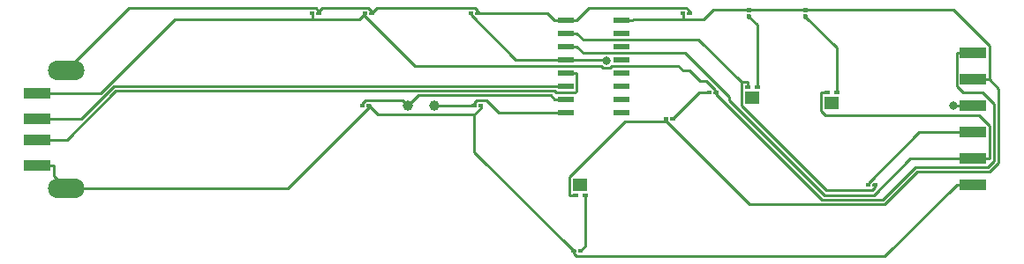
<source format=gbr>
G04 #@! TF.GenerationSoftware,KiCad,Pcbnew,5.0.2+dfsg1-1*
G04 #@! TF.CreationDate,2021-08-05T15:22:36-03:00*
G04 #@! TF.ProjectId,universerial,756e6976-6572-4736-9572-69616c2e6b69,rev?*
G04 #@! TF.SameCoordinates,Original*
G04 #@! TF.FileFunction,Copper,L1,Top*
G04 #@! TF.FilePolarity,Positive*
%FSLAX46Y46*%
G04 Gerber Fmt 4.6, Leading zero omitted, Abs format (unit mm)*
G04 Created by KiCad (PCBNEW 5.0.2+dfsg1-1) date Thu Aug  5 15:22:36 2021*
%MOMM*%
%LPD*%
G01*
G04 APERTURE LIST*
G04 #@! TA.AperFunction,SMDPad,CuDef*
%ADD10R,2.500000X1.100000*%
G04 #@! TD*
G04 #@! TA.AperFunction,ComponentPad*
%ADD11O,3.500000X1.900000*%
G04 #@! TD*
G04 #@! TA.AperFunction,Conductor*
%ADD12C,0.100000*%
G04 #@! TD*
G04 #@! TA.AperFunction,SMDPad,CuDef*
%ADD13C,0.400000*%
G04 #@! TD*
G04 #@! TA.AperFunction,SMDPad,CuDef*
%ADD14R,1.400000X1.200000*%
G04 #@! TD*
G04 #@! TA.AperFunction,SMDPad,CuDef*
%ADD15R,0.550000X0.380000*%
G04 #@! TD*
G04 #@! TA.AperFunction,SMDPad,CuDef*
%ADD16R,2.500000X1.000000*%
G04 #@! TD*
G04 #@! TA.AperFunction,SMDPad,CuDef*
%ADD17R,1.500000X0.600000*%
G04 #@! TD*
G04 #@! TA.AperFunction,ComponentPad*
%ADD18C,1.000000*%
G04 #@! TD*
G04 #@! TA.AperFunction,ViaPad*
%ADD19C,0.800000*%
G04 #@! TD*
G04 #@! TA.AperFunction,Conductor*
%ADD20C,0.250000*%
G04 #@! TD*
G04 APERTURE END LIST*
D10*
G04 #@! TO.P,J1,2*
G04 #@! TO.N,Net-(J1-Pad2)*
X106680000Y-96520000D03*
G04 #@! TO.P,J1,3*
G04 #@! TO.N,Net-(J1-Pad3)*
X106680000Y-98520000D03*
G04 #@! TO.P,J1,1*
G04 #@! TO.N,+5V*
X106680000Y-94020000D03*
G04 #@! TO.P,J1,4*
G04 #@! TO.N,GND*
X106680000Y-101020000D03*
D11*
G04 #@! TO.P,J1,5*
X109430000Y-91820000D03*
X109430000Y-103220000D03*
G04 #@! TD*
D12*
G04 #@! TO.N,GND*
G04 #@! TO.C,C1*
G36*
X133809802Y-86160482D02*
X133819509Y-86161921D01*
X133829028Y-86164306D01*
X133838268Y-86167612D01*
X133847140Y-86171808D01*
X133855557Y-86176853D01*
X133863439Y-86182699D01*
X133870711Y-86189289D01*
X133877301Y-86196561D01*
X133883147Y-86204443D01*
X133888192Y-86212860D01*
X133892388Y-86221732D01*
X133895694Y-86230972D01*
X133898079Y-86240491D01*
X133899518Y-86250198D01*
X133900000Y-86260000D01*
X133900000Y-86460000D01*
X133899518Y-86469802D01*
X133898079Y-86479509D01*
X133895694Y-86489028D01*
X133892388Y-86498268D01*
X133888192Y-86507140D01*
X133883147Y-86515557D01*
X133877301Y-86523439D01*
X133870711Y-86530711D01*
X133863439Y-86537301D01*
X133855557Y-86543147D01*
X133847140Y-86548192D01*
X133838268Y-86552388D01*
X133829028Y-86555694D01*
X133819509Y-86558079D01*
X133809802Y-86559518D01*
X133800000Y-86560000D01*
X133540000Y-86560000D01*
X133530198Y-86559518D01*
X133520491Y-86558079D01*
X133510972Y-86555694D01*
X133501732Y-86552388D01*
X133492860Y-86548192D01*
X133484443Y-86543147D01*
X133476561Y-86537301D01*
X133469289Y-86530711D01*
X133462699Y-86523439D01*
X133456853Y-86515557D01*
X133451808Y-86507140D01*
X133447612Y-86498268D01*
X133444306Y-86489028D01*
X133441921Y-86479509D01*
X133440482Y-86469802D01*
X133440000Y-86460000D01*
X133440000Y-86260000D01*
X133440482Y-86250198D01*
X133441921Y-86240491D01*
X133444306Y-86230972D01*
X133447612Y-86221732D01*
X133451808Y-86212860D01*
X133456853Y-86204443D01*
X133462699Y-86196561D01*
X133469289Y-86189289D01*
X133476561Y-86182699D01*
X133484443Y-86176853D01*
X133492860Y-86171808D01*
X133501732Y-86167612D01*
X133510972Y-86164306D01*
X133520491Y-86161921D01*
X133530198Y-86160482D01*
X133540000Y-86160000D01*
X133800000Y-86160000D01*
X133809802Y-86160482D01*
X133809802Y-86160482D01*
G37*
D13*
G04 #@! TD*
G04 #@! TO.P,C1,2*
G04 #@! TO.N,GND*
X133670000Y-86360000D03*
D12*
G04 #@! TO.N,+5V*
G04 #@! TO.C,C1*
G36*
X133169802Y-86160482D02*
X133179509Y-86161921D01*
X133189028Y-86164306D01*
X133198268Y-86167612D01*
X133207140Y-86171808D01*
X133215557Y-86176853D01*
X133223439Y-86182699D01*
X133230711Y-86189289D01*
X133237301Y-86196561D01*
X133243147Y-86204443D01*
X133248192Y-86212860D01*
X133252388Y-86221732D01*
X133255694Y-86230972D01*
X133258079Y-86240491D01*
X133259518Y-86250198D01*
X133260000Y-86260000D01*
X133260000Y-86460000D01*
X133259518Y-86469802D01*
X133258079Y-86479509D01*
X133255694Y-86489028D01*
X133252388Y-86498268D01*
X133248192Y-86507140D01*
X133243147Y-86515557D01*
X133237301Y-86523439D01*
X133230711Y-86530711D01*
X133223439Y-86537301D01*
X133215557Y-86543147D01*
X133207140Y-86548192D01*
X133198268Y-86552388D01*
X133189028Y-86555694D01*
X133179509Y-86558079D01*
X133169802Y-86559518D01*
X133160000Y-86560000D01*
X132900000Y-86560000D01*
X132890198Y-86559518D01*
X132880491Y-86558079D01*
X132870972Y-86555694D01*
X132861732Y-86552388D01*
X132852860Y-86548192D01*
X132844443Y-86543147D01*
X132836561Y-86537301D01*
X132829289Y-86530711D01*
X132822699Y-86523439D01*
X132816853Y-86515557D01*
X132811808Y-86507140D01*
X132807612Y-86498268D01*
X132804306Y-86489028D01*
X132801921Y-86479509D01*
X132800482Y-86469802D01*
X132800000Y-86460000D01*
X132800000Y-86260000D01*
X132800482Y-86250198D01*
X132801921Y-86240491D01*
X132804306Y-86230972D01*
X132807612Y-86221732D01*
X132811808Y-86212860D01*
X132816853Y-86204443D01*
X132822699Y-86196561D01*
X132829289Y-86189289D01*
X132836561Y-86182699D01*
X132844443Y-86176853D01*
X132852860Y-86171808D01*
X132861732Y-86167612D01*
X132870972Y-86164306D01*
X132880491Y-86161921D01*
X132890198Y-86160482D01*
X132900000Y-86160000D01*
X133160000Y-86160000D01*
X133169802Y-86160482D01*
X133169802Y-86160482D01*
G37*
D13*
G04 #@! TD*
G04 #@! TO.P,C1,1*
G04 #@! TO.N,+5V*
X133030000Y-86360000D03*
D12*
G04 #@! TO.N,+5V*
G04 #@! TO.C,C2*
G36*
X138249802Y-86160482D02*
X138259509Y-86161921D01*
X138269028Y-86164306D01*
X138278268Y-86167612D01*
X138287140Y-86171808D01*
X138295557Y-86176853D01*
X138303439Y-86182699D01*
X138310711Y-86189289D01*
X138317301Y-86196561D01*
X138323147Y-86204443D01*
X138328192Y-86212860D01*
X138332388Y-86221732D01*
X138335694Y-86230972D01*
X138338079Y-86240491D01*
X138339518Y-86250198D01*
X138340000Y-86260000D01*
X138340000Y-86460000D01*
X138339518Y-86469802D01*
X138338079Y-86479509D01*
X138335694Y-86489028D01*
X138332388Y-86498268D01*
X138328192Y-86507140D01*
X138323147Y-86515557D01*
X138317301Y-86523439D01*
X138310711Y-86530711D01*
X138303439Y-86537301D01*
X138295557Y-86543147D01*
X138287140Y-86548192D01*
X138278268Y-86552388D01*
X138269028Y-86555694D01*
X138259509Y-86558079D01*
X138249802Y-86559518D01*
X138240000Y-86560000D01*
X137980000Y-86560000D01*
X137970198Y-86559518D01*
X137960491Y-86558079D01*
X137950972Y-86555694D01*
X137941732Y-86552388D01*
X137932860Y-86548192D01*
X137924443Y-86543147D01*
X137916561Y-86537301D01*
X137909289Y-86530711D01*
X137902699Y-86523439D01*
X137896853Y-86515557D01*
X137891808Y-86507140D01*
X137887612Y-86498268D01*
X137884306Y-86489028D01*
X137881921Y-86479509D01*
X137880482Y-86469802D01*
X137880000Y-86460000D01*
X137880000Y-86260000D01*
X137880482Y-86250198D01*
X137881921Y-86240491D01*
X137884306Y-86230972D01*
X137887612Y-86221732D01*
X137891808Y-86212860D01*
X137896853Y-86204443D01*
X137902699Y-86196561D01*
X137909289Y-86189289D01*
X137916561Y-86182699D01*
X137924443Y-86176853D01*
X137932860Y-86171808D01*
X137941732Y-86167612D01*
X137950972Y-86164306D01*
X137960491Y-86161921D01*
X137970198Y-86160482D01*
X137980000Y-86160000D01*
X138240000Y-86160000D01*
X138249802Y-86160482D01*
X138249802Y-86160482D01*
G37*
D13*
G04 #@! TD*
G04 #@! TO.P,C2,1*
G04 #@! TO.N,+5V*
X138110000Y-86360000D03*
D12*
G04 #@! TO.N,GND*
G04 #@! TO.C,C2*
G36*
X138889802Y-86160482D02*
X138899509Y-86161921D01*
X138909028Y-86164306D01*
X138918268Y-86167612D01*
X138927140Y-86171808D01*
X138935557Y-86176853D01*
X138943439Y-86182699D01*
X138950711Y-86189289D01*
X138957301Y-86196561D01*
X138963147Y-86204443D01*
X138968192Y-86212860D01*
X138972388Y-86221732D01*
X138975694Y-86230972D01*
X138978079Y-86240491D01*
X138979518Y-86250198D01*
X138980000Y-86260000D01*
X138980000Y-86460000D01*
X138979518Y-86469802D01*
X138978079Y-86479509D01*
X138975694Y-86489028D01*
X138972388Y-86498268D01*
X138968192Y-86507140D01*
X138963147Y-86515557D01*
X138957301Y-86523439D01*
X138950711Y-86530711D01*
X138943439Y-86537301D01*
X138935557Y-86543147D01*
X138927140Y-86548192D01*
X138918268Y-86552388D01*
X138909028Y-86555694D01*
X138899509Y-86558079D01*
X138889802Y-86559518D01*
X138880000Y-86560000D01*
X138620000Y-86560000D01*
X138610198Y-86559518D01*
X138600491Y-86558079D01*
X138590972Y-86555694D01*
X138581732Y-86552388D01*
X138572860Y-86548192D01*
X138564443Y-86543147D01*
X138556561Y-86537301D01*
X138549289Y-86530711D01*
X138542699Y-86523439D01*
X138536853Y-86515557D01*
X138531808Y-86507140D01*
X138527612Y-86498268D01*
X138524306Y-86489028D01*
X138521921Y-86479509D01*
X138520482Y-86469802D01*
X138520000Y-86460000D01*
X138520000Y-86260000D01*
X138520482Y-86250198D01*
X138521921Y-86240491D01*
X138524306Y-86230972D01*
X138527612Y-86221732D01*
X138531808Y-86212860D01*
X138536853Y-86204443D01*
X138542699Y-86196561D01*
X138549289Y-86189289D01*
X138556561Y-86182699D01*
X138564443Y-86176853D01*
X138572860Y-86171808D01*
X138581732Y-86167612D01*
X138590972Y-86164306D01*
X138600491Y-86161921D01*
X138610198Y-86160482D01*
X138620000Y-86160000D01*
X138880000Y-86160000D01*
X138889802Y-86160482D01*
X138889802Y-86160482D01*
G37*
D13*
G04 #@! TD*
G04 #@! TO.P,C2,2*
G04 #@! TO.N,GND*
X138750000Y-86360000D03*
D12*
G04 #@! TO.N,GND*
G04 #@! TO.C,C3*
G36*
X138604802Y-95050482D02*
X138614509Y-95051921D01*
X138624028Y-95054306D01*
X138633268Y-95057612D01*
X138642140Y-95061808D01*
X138650557Y-95066853D01*
X138658439Y-95072699D01*
X138665711Y-95079289D01*
X138672301Y-95086561D01*
X138678147Y-95094443D01*
X138683192Y-95102860D01*
X138687388Y-95111732D01*
X138690694Y-95120972D01*
X138693079Y-95130491D01*
X138694518Y-95140198D01*
X138695000Y-95150000D01*
X138695000Y-95350000D01*
X138694518Y-95359802D01*
X138693079Y-95369509D01*
X138690694Y-95379028D01*
X138687388Y-95388268D01*
X138683192Y-95397140D01*
X138678147Y-95405557D01*
X138672301Y-95413439D01*
X138665711Y-95420711D01*
X138658439Y-95427301D01*
X138650557Y-95433147D01*
X138642140Y-95438192D01*
X138633268Y-95442388D01*
X138624028Y-95445694D01*
X138614509Y-95448079D01*
X138604802Y-95449518D01*
X138595000Y-95450000D01*
X138335000Y-95450000D01*
X138325198Y-95449518D01*
X138315491Y-95448079D01*
X138305972Y-95445694D01*
X138296732Y-95442388D01*
X138287860Y-95438192D01*
X138279443Y-95433147D01*
X138271561Y-95427301D01*
X138264289Y-95420711D01*
X138257699Y-95413439D01*
X138251853Y-95405557D01*
X138246808Y-95397140D01*
X138242612Y-95388268D01*
X138239306Y-95379028D01*
X138236921Y-95369509D01*
X138235482Y-95359802D01*
X138235000Y-95350000D01*
X138235000Y-95150000D01*
X138235482Y-95140198D01*
X138236921Y-95130491D01*
X138239306Y-95120972D01*
X138242612Y-95111732D01*
X138246808Y-95102860D01*
X138251853Y-95094443D01*
X138257699Y-95086561D01*
X138264289Y-95079289D01*
X138271561Y-95072699D01*
X138279443Y-95066853D01*
X138287860Y-95061808D01*
X138296732Y-95057612D01*
X138305972Y-95054306D01*
X138315491Y-95051921D01*
X138325198Y-95050482D01*
X138335000Y-95050000D01*
X138595000Y-95050000D01*
X138604802Y-95050482D01*
X138604802Y-95050482D01*
G37*
D13*
G04 #@! TD*
G04 #@! TO.P,C3,2*
G04 #@! TO.N,GND*
X138465000Y-95250000D03*
D12*
G04 #@! TO.N,Net-(C3-Pad1)*
G04 #@! TO.C,C3*
G36*
X137964802Y-95050482D02*
X137974509Y-95051921D01*
X137984028Y-95054306D01*
X137993268Y-95057612D01*
X138002140Y-95061808D01*
X138010557Y-95066853D01*
X138018439Y-95072699D01*
X138025711Y-95079289D01*
X138032301Y-95086561D01*
X138038147Y-95094443D01*
X138043192Y-95102860D01*
X138047388Y-95111732D01*
X138050694Y-95120972D01*
X138053079Y-95130491D01*
X138054518Y-95140198D01*
X138055000Y-95150000D01*
X138055000Y-95350000D01*
X138054518Y-95359802D01*
X138053079Y-95369509D01*
X138050694Y-95379028D01*
X138047388Y-95388268D01*
X138043192Y-95397140D01*
X138038147Y-95405557D01*
X138032301Y-95413439D01*
X138025711Y-95420711D01*
X138018439Y-95427301D01*
X138010557Y-95433147D01*
X138002140Y-95438192D01*
X137993268Y-95442388D01*
X137984028Y-95445694D01*
X137974509Y-95448079D01*
X137964802Y-95449518D01*
X137955000Y-95450000D01*
X137695000Y-95450000D01*
X137685198Y-95449518D01*
X137675491Y-95448079D01*
X137665972Y-95445694D01*
X137656732Y-95442388D01*
X137647860Y-95438192D01*
X137639443Y-95433147D01*
X137631561Y-95427301D01*
X137624289Y-95420711D01*
X137617699Y-95413439D01*
X137611853Y-95405557D01*
X137606808Y-95397140D01*
X137602612Y-95388268D01*
X137599306Y-95379028D01*
X137596921Y-95369509D01*
X137595482Y-95359802D01*
X137595000Y-95350000D01*
X137595000Y-95150000D01*
X137595482Y-95140198D01*
X137596921Y-95130491D01*
X137599306Y-95120972D01*
X137602612Y-95111732D01*
X137606808Y-95102860D01*
X137611853Y-95094443D01*
X137617699Y-95086561D01*
X137624289Y-95079289D01*
X137631561Y-95072699D01*
X137639443Y-95066853D01*
X137647860Y-95061808D01*
X137656732Y-95057612D01*
X137665972Y-95054306D01*
X137675491Y-95051921D01*
X137685198Y-95050482D01*
X137695000Y-95050000D01*
X137955000Y-95050000D01*
X137964802Y-95050482D01*
X137964802Y-95050482D01*
G37*
D13*
G04 #@! TD*
G04 #@! TO.P,C3,1*
G04 #@! TO.N,Net-(C3-Pad1)*
X137825000Y-95250000D03*
D12*
G04 #@! TO.N,Net-(C4-Pad1)*
G04 #@! TO.C,C4*
G36*
X148694802Y-95050482D02*
X148704509Y-95051921D01*
X148714028Y-95054306D01*
X148723268Y-95057612D01*
X148732140Y-95061808D01*
X148740557Y-95066853D01*
X148748439Y-95072699D01*
X148755711Y-95079289D01*
X148762301Y-95086561D01*
X148768147Y-95094443D01*
X148773192Y-95102860D01*
X148777388Y-95111732D01*
X148780694Y-95120972D01*
X148783079Y-95130491D01*
X148784518Y-95140198D01*
X148785000Y-95150000D01*
X148785000Y-95350000D01*
X148784518Y-95359802D01*
X148783079Y-95369509D01*
X148780694Y-95379028D01*
X148777388Y-95388268D01*
X148773192Y-95397140D01*
X148768147Y-95405557D01*
X148762301Y-95413439D01*
X148755711Y-95420711D01*
X148748439Y-95427301D01*
X148740557Y-95433147D01*
X148732140Y-95438192D01*
X148723268Y-95442388D01*
X148714028Y-95445694D01*
X148704509Y-95448079D01*
X148694802Y-95449518D01*
X148685000Y-95450000D01*
X148425000Y-95450000D01*
X148415198Y-95449518D01*
X148405491Y-95448079D01*
X148395972Y-95445694D01*
X148386732Y-95442388D01*
X148377860Y-95438192D01*
X148369443Y-95433147D01*
X148361561Y-95427301D01*
X148354289Y-95420711D01*
X148347699Y-95413439D01*
X148341853Y-95405557D01*
X148336808Y-95397140D01*
X148332612Y-95388268D01*
X148329306Y-95379028D01*
X148326921Y-95369509D01*
X148325482Y-95359802D01*
X148325000Y-95350000D01*
X148325000Y-95150000D01*
X148325482Y-95140198D01*
X148326921Y-95130491D01*
X148329306Y-95120972D01*
X148332612Y-95111732D01*
X148336808Y-95102860D01*
X148341853Y-95094443D01*
X148347699Y-95086561D01*
X148354289Y-95079289D01*
X148361561Y-95072699D01*
X148369443Y-95066853D01*
X148377860Y-95061808D01*
X148386732Y-95057612D01*
X148395972Y-95054306D01*
X148405491Y-95051921D01*
X148415198Y-95050482D01*
X148425000Y-95050000D01*
X148685000Y-95050000D01*
X148694802Y-95050482D01*
X148694802Y-95050482D01*
G37*
D13*
G04 #@! TD*
G04 #@! TO.P,C4,1*
G04 #@! TO.N,Net-(C4-Pad1)*
X148555000Y-95250000D03*
D12*
G04 #@! TO.N,GND*
G04 #@! TO.C,C4*
G36*
X149334802Y-95050482D02*
X149344509Y-95051921D01*
X149354028Y-95054306D01*
X149363268Y-95057612D01*
X149372140Y-95061808D01*
X149380557Y-95066853D01*
X149388439Y-95072699D01*
X149395711Y-95079289D01*
X149402301Y-95086561D01*
X149408147Y-95094443D01*
X149413192Y-95102860D01*
X149417388Y-95111732D01*
X149420694Y-95120972D01*
X149423079Y-95130491D01*
X149424518Y-95140198D01*
X149425000Y-95150000D01*
X149425000Y-95350000D01*
X149424518Y-95359802D01*
X149423079Y-95369509D01*
X149420694Y-95379028D01*
X149417388Y-95388268D01*
X149413192Y-95397140D01*
X149408147Y-95405557D01*
X149402301Y-95413439D01*
X149395711Y-95420711D01*
X149388439Y-95427301D01*
X149380557Y-95433147D01*
X149372140Y-95438192D01*
X149363268Y-95442388D01*
X149354028Y-95445694D01*
X149344509Y-95448079D01*
X149334802Y-95449518D01*
X149325000Y-95450000D01*
X149065000Y-95450000D01*
X149055198Y-95449518D01*
X149045491Y-95448079D01*
X149035972Y-95445694D01*
X149026732Y-95442388D01*
X149017860Y-95438192D01*
X149009443Y-95433147D01*
X149001561Y-95427301D01*
X148994289Y-95420711D01*
X148987699Y-95413439D01*
X148981853Y-95405557D01*
X148976808Y-95397140D01*
X148972612Y-95388268D01*
X148969306Y-95379028D01*
X148966921Y-95369509D01*
X148965482Y-95359802D01*
X148965000Y-95350000D01*
X148965000Y-95150000D01*
X148965482Y-95140198D01*
X148966921Y-95130491D01*
X148969306Y-95120972D01*
X148972612Y-95111732D01*
X148976808Y-95102860D01*
X148981853Y-95094443D01*
X148987699Y-95086561D01*
X148994289Y-95079289D01*
X149001561Y-95072699D01*
X149009443Y-95066853D01*
X149017860Y-95061808D01*
X149026732Y-95057612D01*
X149035972Y-95054306D01*
X149045491Y-95051921D01*
X149055198Y-95050482D01*
X149065000Y-95050000D01*
X149325000Y-95050000D01*
X149334802Y-95050482D01*
X149334802Y-95050482D01*
G37*
D13*
G04 #@! TD*
G04 #@! TO.P,C4,2*
G04 #@! TO.N,GND*
X149195000Y-95250000D03*
D12*
G04 #@! TO.N,GND*
G04 #@! TO.C,C5*
G36*
X149049802Y-86160482D02*
X149059509Y-86161921D01*
X149069028Y-86164306D01*
X149078268Y-86167612D01*
X149087140Y-86171808D01*
X149095557Y-86176853D01*
X149103439Y-86182699D01*
X149110711Y-86189289D01*
X149117301Y-86196561D01*
X149123147Y-86204443D01*
X149128192Y-86212860D01*
X149132388Y-86221732D01*
X149135694Y-86230972D01*
X149138079Y-86240491D01*
X149139518Y-86250198D01*
X149140000Y-86260000D01*
X149140000Y-86460000D01*
X149139518Y-86469802D01*
X149138079Y-86479509D01*
X149135694Y-86489028D01*
X149132388Y-86498268D01*
X149128192Y-86507140D01*
X149123147Y-86515557D01*
X149117301Y-86523439D01*
X149110711Y-86530711D01*
X149103439Y-86537301D01*
X149095557Y-86543147D01*
X149087140Y-86548192D01*
X149078268Y-86552388D01*
X149069028Y-86555694D01*
X149059509Y-86558079D01*
X149049802Y-86559518D01*
X149040000Y-86560000D01*
X148780000Y-86560000D01*
X148770198Y-86559518D01*
X148760491Y-86558079D01*
X148750972Y-86555694D01*
X148741732Y-86552388D01*
X148732860Y-86548192D01*
X148724443Y-86543147D01*
X148716561Y-86537301D01*
X148709289Y-86530711D01*
X148702699Y-86523439D01*
X148696853Y-86515557D01*
X148691808Y-86507140D01*
X148687612Y-86498268D01*
X148684306Y-86489028D01*
X148681921Y-86479509D01*
X148680482Y-86469802D01*
X148680000Y-86460000D01*
X148680000Y-86260000D01*
X148680482Y-86250198D01*
X148681921Y-86240491D01*
X148684306Y-86230972D01*
X148687612Y-86221732D01*
X148691808Y-86212860D01*
X148696853Y-86204443D01*
X148702699Y-86196561D01*
X148709289Y-86189289D01*
X148716561Y-86182699D01*
X148724443Y-86176853D01*
X148732860Y-86171808D01*
X148741732Y-86167612D01*
X148750972Y-86164306D01*
X148760491Y-86161921D01*
X148770198Y-86160482D01*
X148780000Y-86160000D01*
X149040000Y-86160000D01*
X149049802Y-86160482D01*
X149049802Y-86160482D01*
G37*
D13*
G04 #@! TD*
G04 #@! TO.P,C5,2*
G04 #@! TO.N,GND*
X148910000Y-86360000D03*
D12*
G04 #@! TO.N,+3V3*
G04 #@! TO.C,C5*
G36*
X148409802Y-86160482D02*
X148419509Y-86161921D01*
X148429028Y-86164306D01*
X148438268Y-86167612D01*
X148447140Y-86171808D01*
X148455557Y-86176853D01*
X148463439Y-86182699D01*
X148470711Y-86189289D01*
X148477301Y-86196561D01*
X148483147Y-86204443D01*
X148488192Y-86212860D01*
X148492388Y-86221732D01*
X148495694Y-86230972D01*
X148498079Y-86240491D01*
X148499518Y-86250198D01*
X148500000Y-86260000D01*
X148500000Y-86460000D01*
X148499518Y-86469802D01*
X148498079Y-86479509D01*
X148495694Y-86489028D01*
X148492388Y-86498268D01*
X148488192Y-86507140D01*
X148483147Y-86515557D01*
X148477301Y-86523439D01*
X148470711Y-86530711D01*
X148463439Y-86537301D01*
X148455557Y-86543147D01*
X148447140Y-86548192D01*
X148438268Y-86552388D01*
X148429028Y-86555694D01*
X148419509Y-86558079D01*
X148409802Y-86559518D01*
X148400000Y-86560000D01*
X148140000Y-86560000D01*
X148130198Y-86559518D01*
X148120491Y-86558079D01*
X148110972Y-86555694D01*
X148101732Y-86552388D01*
X148092860Y-86548192D01*
X148084443Y-86543147D01*
X148076561Y-86537301D01*
X148069289Y-86530711D01*
X148062699Y-86523439D01*
X148056853Y-86515557D01*
X148051808Y-86507140D01*
X148047612Y-86498268D01*
X148044306Y-86489028D01*
X148041921Y-86479509D01*
X148040482Y-86469802D01*
X148040000Y-86460000D01*
X148040000Y-86260000D01*
X148040482Y-86250198D01*
X148041921Y-86240491D01*
X148044306Y-86230972D01*
X148047612Y-86221732D01*
X148051808Y-86212860D01*
X148056853Y-86204443D01*
X148062699Y-86196561D01*
X148069289Y-86189289D01*
X148076561Y-86182699D01*
X148084443Y-86176853D01*
X148092860Y-86171808D01*
X148101732Y-86167612D01*
X148110972Y-86164306D01*
X148120491Y-86161921D01*
X148130198Y-86160482D01*
X148140000Y-86160000D01*
X148400000Y-86160000D01*
X148409802Y-86160482D01*
X148409802Y-86160482D01*
G37*
D13*
G04 #@! TD*
G04 #@! TO.P,C5,1*
G04 #@! TO.N,+3V3*
X148270000Y-86360000D03*
D12*
G04 #@! TO.N,GND*
G04 #@! TO.C,C6*
G36*
X169369802Y-86160482D02*
X169379509Y-86161921D01*
X169389028Y-86164306D01*
X169398268Y-86167612D01*
X169407140Y-86171808D01*
X169415557Y-86176853D01*
X169423439Y-86182699D01*
X169430711Y-86189289D01*
X169437301Y-86196561D01*
X169443147Y-86204443D01*
X169448192Y-86212860D01*
X169452388Y-86221732D01*
X169455694Y-86230972D01*
X169458079Y-86240491D01*
X169459518Y-86250198D01*
X169460000Y-86260000D01*
X169460000Y-86460000D01*
X169459518Y-86469802D01*
X169458079Y-86479509D01*
X169455694Y-86489028D01*
X169452388Y-86498268D01*
X169448192Y-86507140D01*
X169443147Y-86515557D01*
X169437301Y-86523439D01*
X169430711Y-86530711D01*
X169423439Y-86537301D01*
X169415557Y-86543147D01*
X169407140Y-86548192D01*
X169398268Y-86552388D01*
X169389028Y-86555694D01*
X169379509Y-86558079D01*
X169369802Y-86559518D01*
X169360000Y-86560000D01*
X169100000Y-86560000D01*
X169090198Y-86559518D01*
X169080491Y-86558079D01*
X169070972Y-86555694D01*
X169061732Y-86552388D01*
X169052860Y-86548192D01*
X169044443Y-86543147D01*
X169036561Y-86537301D01*
X169029289Y-86530711D01*
X169022699Y-86523439D01*
X169016853Y-86515557D01*
X169011808Y-86507140D01*
X169007612Y-86498268D01*
X169004306Y-86489028D01*
X169001921Y-86479509D01*
X169000482Y-86469802D01*
X169000000Y-86460000D01*
X169000000Y-86260000D01*
X169000482Y-86250198D01*
X169001921Y-86240491D01*
X169004306Y-86230972D01*
X169007612Y-86221732D01*
X169011808Y-86212860D01*
X169016853Y-86204443D01*
X169022699Y-86196561D01*
X169029289Y-86189289D01*
X169036561Y-86182699D01*
X169044443Y-86176853D01*
X169052860Y-86171808D01*
X169061732Y-86167612D01*
X169070972Y-86164306D01*
X169080491Y-86161921D01*
X169090198Y-86160482D01*
X169100000Y-86160000D01*
X169360000Y-86160000D01*
X169369802Y-86160482D01*
X169369802Y-86160482D01*
G37*
D13*
G04 #@! TD*
G04 #@! TO.P,C6,2*
G04 #@! TO.N,GND*
X169230000Y-86360000D03*
D12*
G04 #@! TO.N,Net-(C6-Pad1)*
G04 #@! TO.C,C6*
G36*
X168729802Y-86160482D02*
X168739509Y-86161921D01*
X168749028Y-86164306D01*
X168758268Y-86167612D01*
X168767140Y-86171808D01*
X168775557Y-86176853D01*
X168783439Y-86182699D01*
X168790711Y-86189289D01*
X168797301Y-86196561D01*
X168803147Y-86204443D01*
X168808192Y-86212860D01*
X168812388Y-86221732D01*
X168815694Y-86230972D01*
X168818079Y-86240491D01*
X168819518Y-86250198D01*
X168820000Y-86260000D01*
X168820000Y-86460000D01*
X168819518Y-86469802D01*
X168818079Y-86479509D01*
X168815694Y-86489028D01*
X168812388Y-86498268D01*
X168808192Y-86507140D01*
X168803147Y-86515557D01*
X168797301Y-86523439D01*
X168790711Y-86530711D01*
X168783439Y-86537301D01*
X168775557Y-86543147D01*
X168767140Y-86548192D01*
X168758268Y-86552388D01*
X168749028Y-86555694D01*
X168739509Y-86558079D01*
X168729802Y-86559518D01*
X168720000Y-86560000D01*
X168460000Y-86560000D01*
X168450198Y-86559518D01*
X168440491Y-86558079D01*
X168430972Y-86555694D01*
X168421732Y-86552388D01*
X168412860Y-86548192D01*
X168404443Y-86543147D01*
X168396561Y-86537301D01*
X168389289Y-86530711D01*
X168382699Y-86523439D01*
X168376853Y-86515557D01*
X168371808Y-86507140D01*
X168367612Y-86498268D01*
X168364306Y-86489028D01*
X168361921Y-86479509D01*
X168360482Y-86469802D01*
X168360000Y-86460000D01*
X168360000Y-86260000D01*
X168360482Y-86250198D01*
X168361921Y-86240491D01*
X168364306Y-86230972D01*
X168367612Y-86221732D01*
X168371808Y-86212860D01*
X168376853Y-86204443D01*
X168382699Y-86196561D01*
X168389289Y-86189289D01*
X168396561Y-86182699D01*
X168404443Y-86176853D01*
X168412860Y-86171808D01*
X168421732Y-86167612D01*
X168430972Y-86164306D01*
X168440491Y-86161921D01*
X168450198Y-86160482D01*
X168460000Y-86160000D01*
X168720000Y-86160000D01*
X168729802Y-86160482D01*
X168729802Y-86160482D01*
G37*
D13*
G04 #@! TD*
G04 #@! TO.P,C6,1*
G04 #@! TO.N,Net-(C6-Pad1)*
X168590000Y-86360000D03*
D14*
G04 #@! TO.P,D1,3*
G04 #@! TO.N,N/C*
X158750000Y-102870000D03*
D15*
G04 #@! TO.P,D1,2*
G04 #@! TO.N,Net-(C6-Pad1)*
X158300000Y-103910000D03*
G04 #@! TO.P,D1,1*
G04 #@! TO.N,Net-(D1-Pad1)*
X159200000Y-103910000D03*
G04 #@! TD*
G04 #@! TO.P,D2,1*
G04 #@! TO.N,Net-(D2-Pad1)*
X174810000Y-93460000D03*
G04 #@! TO.P,D2,2*
G04 #@! TO.N,Net-(D2-Pad2)*
X175710000Y-93460000D03*
D14*
G04 #@! TO.P,D2,3*
G04 #@! TO.N,N/C*
X175260000Y-94500000D03*
G04 #@! TD*
D12*
G04 #@! TO.N,Net-(D3-Pad1)*
G04 #@! TO.C,D3*
G36*
X171269802Y-93780482D02*
X171279509Y-93781921D01*
X171289028Y-93784306D01*
X171298268Y-93787612D01*
X171307140Y-93791808D01*
X171315557Y-93796853D01*
X171323439Y-93802699D01*
X171330711Y-93809289D01*
X171337301Y-93816561D01*
X171343147Y-93824443D01*
X171348192Y-93832860D01*
X171352388Y-93841732D01*
X171355694Y-93850972D01*
X171358079Y-93860491D01*
X171359518Y-93870198D01*
X171360000Y-93880000D01*
X171360000Y-94080000D01*
X171359518Y-94089802D01*
X171358079Y-94099509D01*
X171355694Y-94109028D01*
X171352388Y-94118268D01*
X171348192Y-94127140D01*
X171343147Y-94135557D01*
X171337301Y-94143439D01*
X171330711Y-94150711D01*
X171323439Y-94157301D01*
X171315557Y-94163147D01*
X171307140Y-94168192D01*
X171298268Y-94172388D01*
X171289028Y-94175694D01*
X171279509Y-94178079D01*
X171269802Y-94179518D01*
X171260000Y-94180000D01*
X171000000Y-94180000D01*
X170990198Y-94179518D01*
X170980491Y-94178079D01*
X170970972Y-94175694D01*
X170961732Y-94172388D01*
X170952860Y-94168192D01*
X170944443Y-94163147D01*
X170936561Y-94157301D01*
X170929289Y-94150711D01*
X170922699Y-94143439D01*
X170916853Y-94135557D01*
X170911808Y-94127140D01*
X170907612Y-94118268D01*
X170904306Y-94109028D01*
X170901921Y-94099509D01*
X170900482Y-94089802D01*
X170900000Y-94080000D01*
X170900000Y-93880000D01*
X170900482Y-93870198D01*
X170901921Y-93860491D01*
X170904306Y-93850972D01*
X170907612Y-93841732D01*
X170911808Y-93832860D01*
X170916853Y-93824443D01*
X170922699Y-93816561D01*
X170929289Y-93809289D01*
X170936561Y-93802699D01*
X170944443Y-93796853D01*
X170952860Y-93791808D01*
X170961732Y-93787612D01*
X170970972Y-93784306D01*
X170980491Y-93781921D01*
X170990198Y-93780482D01*
X171000000Y-93780000D01*
X171260000Y-93780000D01*
X171269802Y-93780482D01*
X171269802Y-93780482D01*
G37*
D13*
G04 #@! TD*
G04 #@! TO.P,D3,1*
G04 #@! TO.N,Net-(D3-Pad1)*
X171130000Y-93980000D03*
D12*
G04 #@! TO.N,+5V*
G04 #@! TO.C,D3*
G36*
X171909802Y-93780482D02*
X171919509Y-93781921D01*
X171929028Y-93784306D01*
X171938268Y-93787612D01*
X171947140Y-93791808D01*
X171955557Y-93796853D01*
X171963439Y-93802699D01*
X171970711Y-93809289D01*
X171977301Y-93816561D01*
X171983147Y-93824443D01*
X171988192Y-93832860D01*
X171992388Y-93841732D01*
X171995694Y-93850972D01*
X171998079Y-93860491D01*
X171999518Y-93870198D01*
X172000000Y-93880000D01*
X172000000Y-94080000D01*
X171999518Y-94089802D01*
X171998079Y-94099509D01*
X171995694Y-94109028D01*
X171992388Y-94118268D01*
X171988192Y-94127140D01*
X171983147Y-94135557D01*
X171977301Y-94143439D01*
X171970711Y-94150711D01*
X171963439Y-94157301D01*
X171955557Y-94163147D01*
X171947140Y-94168192D01*
X171938268Y-94172388D01*
X171929028Y-94175694D01*
X171919509Y-94178079D01*
X171909802Y-94179518D01*
X171900000Y-94180000D01*
X171640000Y-94180000D01*
X171630198Y-94179518D01*
X171620491Y-94178079D01*
X171610972Y-94175694D01*
X171601732Y-94172388D01*
X171592860Y-94168192D01*
X171584443Y-94163147D01*
X171576561Y-94157301D01*
X171569289Y-94150711D01*
X171562699Y-94143439D01*
X171556853Y-94135557D01*
X171551808Y-94127140D01*
X171547612Y-94118268D01*
X171544306Y-94109028D01*
X171541921Y-94099509D01*
X171540482Y-94089802D01*
X171540000Y-94080000D01*
X171540000Y-93880000D01*
X171540482Y-93870198D01*
X171541921Y-93860491D01*
X171544306Y-93850972D01*
X171547612Y-93841732D01*
X171551808Y-93832860D01*
X171556853Y-93824443D01*
X171562699Y-93816561D01*
X171569289Y-93809289D01*
X171576561Y-93802699D01*
X171584443Y-93796853D01*
X171592860Y-93791808D01*
X171601732Y-93787612D01*
X171610972Y-93784306D01*
X171620491Y-93781921D01*
X171630198Y-93780482D01*
X171640000Y-93780000D01*
X171900000Y-93780000D01*
X171909802Y-93780482D01*
X171909802Y-93780482D01*
G37*
D13*
G04 #@! TD*
G04 #@! TO.P,D3,2*
G04 #@! TO.N,+5V*
X171770000Y-93980000D03*
D14*
G04 #@! TO.P,D4,3*
G04 #@! TO.N,N/C*
X182880000Y-95020000D03*
D15*
G04 #@! TO.P,D4,2*
G04 #@! TO.N,Net-(D4-Pad2)*
X183330000Y-93980000D03*
G04 #@! TO.P,D4,1*
G04 #@! TO.N,Net-(D4-Pad1)*
X182430000Y-93980000D03*
G04 #@! TD*
D12*
G04 #@! TO.N,Net-(D3-Pad1)*
G04 #@! TO.C,D5*
G36*
X167754802Y-96320482D02*
X167764509Y-96321921D01*
X167774028Y-96324306D01*
X167783268Y-96327612D01*
X167792140Y-96331808D01*
X167800557Y-96336853D01*
X167808439Y-96342699D01*
X167815711Y-96349289D01*
X167822301Y-96356561D01*
X167828147Y-96364443D01*
X167833192Y-96372860D01*
X167837388Y-96381732D01*
X167840694Y-96390972D01*
X167843079Y-96400491D01*
X167844518Y-96410198D01*
X167845000Y-96420000D01*
X167845000Y-96620000D01*
X167844518Y-96629802D01*
X167843079Y-96639509D01*
X167840694Y-96649028D01*
X167837388Y-96658268D01*
X167833192Y-96667140D01*
X167828147Y-96675557D01*
X167822301Y-96683439D01*
X167815711Y-96690711D01*
X167808439Y-96697301D01*
X167800557Y-96703147D01*
X167792140Y-96708192D01*
X167783268Y-96712388D01*
X167774028Y-96715694D01*
X167764509Y-96718079D01*
X167754802Y-96719518D01*
X167745000Y-96720000D01*
X167485000Y-96720000D01*
X167475198Y-96719518D01*
X167465491Y-96718079D01*
X167455972Y-96715694D01*
X167446732Y-96712388D01*
X167437860Y-96708192D01*
X167429443Y-96703147D01*
X167421561Y-96697301D01*
X167414289Y-96690711D01*
X167407699Y-96683439D01*
X167401853Y-96675557D01*
X167396808Y-96667140D01*
X167392612Y-96658268D01*
X167389306Y-96649028D01*
X167386921Y-96639509D01*
X167385482Y-96629802D01*
X167385000Y-96620000D01*
X167385000Y-96420000D01*
X167385482Y-96410198D01*
X167386921Y-96400491D01*
X167389306Y-96390972D01*
X167392612Y-96381732D01*
X167396808Y-96372860D01*
X167401853Y-96364443D01*
X167407699Y-96356561D01*
X167414289Y-96349289D01*
X167421561Y-96342699D01*
X167429443Y-96336853D01*
X167437860Y-96331808D01*
X167446732Y-96327612D01*
X167455972Y-96324306D01*
X167465491Y-96321921D01*
X167475198Y-96320482D01*
X167485000Y-96320000D01*
X167745000Y-96320000D01*
X167754802Y-96320482D01*
X167754802Y-96320482D01*
G37*
D13*
G04 #@! TD*
G04 #@! TO.P,D5,2*
G04 #@! TO.N,Net-(D3-Pad1)*
X167615000Y-96520000D03*
D12*
G04 #@! TO.N,Net-(C6-Pad1)*
G04 #@! TO.C,D5*
G36*
X167114802Y-96320482D02*
X167124509Y-96321921D01*
X167134028Y-96324306D01*
X167143268Y-96327612D01*
X167152140Y-96331808D01*
X167160557Y-96336853D01*
X167168439Y-96342699D01*
X167175711Y-96349289D01*
X167182301Y-96356561D01*
X167188147Y-96364443D01*
X167193192Y-96372860D01*
X167197388Y-96381732D01*
X167200694Y-96390972D01*
X167203079Y-96400491D01*
X167204518Y-96410198D01*
X167205000Y-96420000D01*
X167205000Y-96620000D01*
X167204518Y-96629802D01*
X167203079Y-96639509D01*
X167200694Y-96649028D01*
X167197388Y-96658268D01*
X167193192Y-96667140D01*
X167188147Y-96675557D01*
X167182301Y-96683439D01*
X167175711Y-96690711D01*
X167168439Y-96697301D01*
X167160557Y-96703147D01*
X167152140Y-96708192D01*
X167143268Y-96712388D01*
X167134028Y-96715694D01*
X167124509Y-96718079D01*
X167114802Y-96719518D01*
X167105000Y-96720000D01*
X166845000Y-96720000D01*
X166835198Y-96719518D01*
X166825491Y-96718079D01*
X166815972Y-96715694D01*
X166806732Y-96712388D01*
X166797860Y-96708192D01*
X166789443Y-96703147D01*
X166781561Y-96697301D01*
X166774289Y-96690711D01*
X166767699Y-96683439D01*
X166761853Y-96675557D01*
X166756808Y-96667140D01*
X166752612Y-96658268D01*
X166749306Y-96649028D01*
X166746921Y-96639509D01*
X166745482Y-96629802D01*
X166745000Y-96620000D01*
X166745000Y-96420000D01*
X166745482Y-96410198D01*
X166746921Y-96400491D01*
X166749306Y-96390972D01*
X166752612Y-96381732D01*
X166756808Y-96372860D01*
X166761853Y-96364443D01*
X166767699Y-96356561D01*
X166774289Y-96349289D01*
X166781561Y-96342699D01*
X166789443Y-96336853D01*
X166797860Y-96331808D01*
X166806732Y-96327612D01*
X166815972Y-96324306D01*
X166825491Y-96321921D01*
X166835198Y-96320482D01*
X166845000Y-96320000D01*
X167105000Y-96320000D01*
X167114802Y-96320482D01*
X167114802Y-96320482D01*
G37*
D13*
G04 #@! TD*
G04 #@! TO.P,D5,1*
G04 #@! TO.N,Net-(C6-Pad1)*
X166975000Y-96520000D03*
D16*
G04 #@! TO.P,J2,6*
G04 #@! TO.N,GND*
X196405000Y-102870000D03*
G04 #@! TO.P,J2,5*
G04 #@! TO.N,Net-(D4-Pad1)*
X196405000Y-100330000D03*
G04 #@! TO.P,J2,4*
G04 #@! TO.N,Net-(J2-Pad4)*
X196405000Y-97790000D03*
G04 #@! TO.P,J2,3*
G04 #@! TO.N,+3V3*
X196405000Y-95250000D03*
G04 #@! TO.P,J2,2*
G04 #@! TO.N,Net-(C6-Pad1)*
X196405000Y-92710000D03*
G04 #@! TO.P,J2,1*
G04 #@! TO.N,+5V*
X196405000Y-90170000D03*
G04 #@! TD*
D12*
G04 #@! TO.N,GND*
G04 #@! TO.C,R1*
G36*
X158249802Y-109020482D02*
X158259509Y-109021921D01*
X158269028Y-109024306D01*
X158278268Y-109027612D01*
X158287140Y-109031808D01*
X158295557Y-109036853D01*
X158303439Y-109042699D01*
X158310711Y-109049289D01*
X158317301Y-109056561D01*
X158323147Y-109064443D01*
X158328192Y-109072860D01*
X158332388Y-109081732D01*
X158335694Y-109090972D01*
X158338079Y-109100491D01*
X158339518Y-109110198D01*
X158340000Y-109120000D01*
X158340000Y-109320000D01*
X158339518Y-109329802D01*
X158338079Y-109339509D01*
X158335694Y-109349028D01*
X158332388Y-109358268D01*
X158328192Y-109367140D01*
X158323147Y-109375557D01*
X158317301Y-109383439D01*
X158310711Y-109390711D01*
X158303439Y-109397301D01*
X158295557Y-109403147D01*
X158287140Y-109408192D01*
X158278268Y-109412388D01*
X158269028Y-109415694D01*
X158259509Y-109418079D01*
X158249802Y-109419518D01*
X158240000Y-109420000D01*
X157980000Y-109420000D01*
X157970198Y-109419518D01*
X157960491Y-109418079D01*
X157950972Y-109415694D01*
X157941732Y-109412388D01*
X157932860Y-109408192D01*
X157924443Y-109403147D01*
X157916561Y-109397301D01*
X157909289Y-109390711D01*
X157902699Y-109383439D01*
X157896853Y-109375557D01*
X157891808Y-109367140D01*
X157887612Y-109358268D01*
X157884306Y-109349028D01*
X157881921Y-109339509D01*
X157880482Y-109329802D01*
X157880000Y-109320000D01*
X157880000Y-109120000D01*
X157880482Y-109110198D01*
X157881921Y-109100491D01*
X157884306Y-109090972D01*
X157887612Y-109081732D01*
X157891808Y-109072860D01*
X157896853Y-109064443D01*
X157902699Y-109056561D01*
X157909289Y-109049289D01*
X157916561Y-109042699D01*
X157924443Y-109036853D01*
X157932860Y-109031808D01*
X157941732Y-109027612D01*
X157950972Y-109024306D01*
X157960491Y-109021921D01*
X157970198Y-109020482D01*
X157980000Y-109020000D01*
X158240000Y-109020000D01*
X158249802Y-109020482D01*
X158249802Y-109020482D01*
G37*
D13*
G04 #@! TD*
G04 #@! TO.P,R1,1*
G04 #@! TO.N,GND*
X158110000Y-109220000D03*
D12*
G04 #@! TO.N,Net-(D1-Pad1)*
G04 #@! TO.C,R1*
G36*
X158889802Y-109020482D02*
X158899509Y-109021921D01*
X158909028Y-109024306D01*
X158918268Y-109027612D01*
X158927140Y-109031808D01*
X158935557Y-109036853D01*
X158943439Y-109042699D01*
X158950711Y-109049289D01*
X158957301Y-109056561D01*
X158963147Y-109064443D01*
X158968192Y-109072860D01*
X158972388Y-109081732D01*
X158975694Y-109090972D01*
X158978079Y-109100491D01*
X158979518Y-109110198D01*
X158980000Y-109120000D01*
X158980000Y-109320000D01*
X158979518Y-109329802D01*
X158978079Y-109339509D01*
X158975694Y-109349028D01*
X158972388Y-109358268D01*
X158968192Y-109367140D01*
X158963147Y-109375557D01*
X158957301Y-109383439D01*
X158950711Y-109390711D01*
X158943439Y-109397301D01*
X158935557Y-109403147D01*
X158927140Y-109408192D01*
X158918268Y-109412388D01*
X158909028Y-109415694D01*
X158899509Y-109418079D01*
X158889802Y-109419518D01*
X158880000Y-109420000D01*
X158620000Y-109420000D01*
X158610198Y-109419518D01*
X158600491Y-109418079D01*
X158590972Y-109415694D01*
X158581732Y-109412388D01*
X158572860Y-109408192D01*
X158564443Y-109403147D01*
X158556561Y-109397301D01*
X158549289Y-109390711D01*
X158542699Y-109383439D01*
X158536853Y-109375557D01*
X158531808Y-109367140D01*
X158527612Y-109358268D01*
X158524306Y-109349028D01*
X158521921Y-109339509D01*
X158520482Y-109329802D01*
X158520000Y-109320000D01*
X158520000Y-109120000D01*
X158520482Y-109110198D01*
X158521921Y-109100491D01*
X158524306Y-109090972D01*
X158527612Y-109081732D01*
X158531808Y-109072860D01*
X158536853Y-109064443D01*
X158542699Y-109056561D01*
X158549289Y-109049289D01*
X158556561Y-109042699D01*
X158564443Y-109036853D01*
X158572860Y-109031808D01*
X158581732Y-109027612D01*
X158590972Y-109024306D01*
X158600491Y-109021921D01*
X158610198Y-109020482D01*
X158620000Y-109020000D01*
X158880000Y-109020000D01*
X158889802Y-109020482D01*
X158889802Y-109020482D01*
G37*
D13*
G04 #@! TD*
G04 #@! TO.P,R1,2*
G04 #@! TO.N,Net-(D1-Pad1)*
X158750000Y-109220000D03*
D12*
G04 #@! TO.N,Net-(C6-Pad1)*
G04 #@! TO.C,R2*
G36*
X175024802Y-85810482D02*
X175034509Y-85811921D01*
X175044028Y-85814306D01*
X175053268Y-85817612D01*
X175062140Y-85821808D01*
X175070557Y-85826853D01*
X175078439Y-85832699D01*
X175085711Y-85839289D01*
X175092301Y-85846561D01*
X175098147Y-85854443D01*
X175103192Y-85862860D01*
X175107388Y-85871732D01*
X175110694Y-85880972D01*
X175113079Y-85890491D01*
X175114518Y-85900198D01*
X175115000Y-85910000D01*
X175115000Y-86170000D01*
X175114518Y-86179802D01*
X175113079Y-86189509D01*
X175110694Y-86199028D01*
X175107388Y-86208268D01*
X175103192Y-86217140D01*
X175098147Y-86225557D01*
X175092301Y-86233439D01*
X175085711Y-86240711D01*
X175078439Y-86247301D01*
X175070557Y-86253147D01*
X175062140Y-86258192D01*
X175053268Y-86262388D01*
X175044028Y-86265694D01*
X175034509Y-86268079D01*
X175024802Y-86269518D01*
X175015000Y-86270000D01*
X174815000Y-86270000D01*
X174805198Y-86269518D01*
X174795491Y-86268079D01*
X174785972Y-86265694D01*
X174776732Y-86262388D01*
X174767860Y-86258192D01*
X174759443Y-86253147D01*
X174751561Y-86247301D01*
X174744289Y-86240711D01*
X174737699Y-86233439D01*
X174731853Y-86225557D01*
X174726808Y-86217140D01*
X174722612Y-86208268D01*
X174719306Y-86199028D01*
X174716921Y-86189509D01*
X174715482Y-86179802D01*
X174715000Y-86170000D01*
X174715000Y-85910000D01*
X174715482Y-85900198D01*
X174716921Y-85890491D01*
X174719306Y-85880972D01*
X174722612Y-85871732D01*
X174726808Y-85862860D01*
X174731853Y-85854443D01*
X174737699Y-85846561D01*
X174744289Y-85839289D01*
X174751561Y-85832699D01*
X174759443Y-85826853D01*
X174767860Y-85821808D01*
X174776732Y-85817612D01*
X174785972Y-85814306D01*
X174795491Y-85811921D01*
X174805198Y-85810482D01*
X174815000Y-85810000D01*
X175015000Y-85810000D01*
X175024802Y-85810482D01*
X175024802Y-85810482D01*
G37*
D13*
G04 #@! TD*
G04 #@! TO.P,R2,1*
G04 #@! TO.N,Net-(C6-Pad1)*
X174915000Y-86040000D03*
D12*
G04 #@! TO.N,Net-(D2-Pad2)*
G04 #@! TO.C,R2*
G36*
X175024802Y-86450482D02*
X175034509Y-86451921D01*
X175044028Y-86454306D01*
X175053268Y-86457612D01*
X175062140Y-86461808D01*
X175070557Y-86466853D01*
X175078439Y-86472699D01*
X175085711Y-86479289D01*
X175092301Y-86486561D01*
X175098147Y-86494443D01*
X175103192Y-86502860D01*
X175107388Y-86511732D01*
X175110694Y-86520972D01*
X175113079Y-86530491D01*
X175114518Y-86540198D01*
X175115000Y-86550000D01*
X175115000Y-86810000D01*
X175114518Y-86819802D01*
X175113079Y-86829509D01*
X175110694Y-86839028D01*
X175107388Y-86848268D01*
X175103192Y-86857140D01*
X175098147Y-86865557D01*
X175092301Y-86873439D01*
X175085711Y-86880711D01*
X175078439Y-86887301D01*
X175070557Y-86893147D01*
X175062140Y-86898192D01*
X175053268Y-86902388D01*
X175044028Y-86905694D01*
X175034509Y-86908079D01*
X175024802Y-86909518D01*
X175015000Y-86910000D01*
X174815000Y-86910000D01*
X174805198Y-86909518D01*
X174795491Y-86908079D01*
X174785972Y-86905694D01*
X174776732Y-86902388D01*
X174767860Y-86898192D01*
X174759443Y-86893147D01*
X174751561Y-86887301D01*
X174744289Y-86880711D01*
X174737699Y-86873439D01*
X174731853Y-86865557D01*
X174726808Y-86857140D01*
X174722612Y-86848268D01*
X174719306Y-86839028D01*
X174716921Y-86829509D01*
X174715482Y-86819802D01*
X174715000Y-86810000D01*
X174715000Y-86550000D01*
X174715482Y-86540198D01*
X174716921Y-86530491D01*
X174719306Y-86520972D01*
X174722612Y-86511732D01*
X174726808Y-86502860D01*
X174731853Y-86494443D01*
X174737699Y-86486561D01*
X174744289Y-86479289D01*
X174751561Y-86472699D01*
X174759443Y-86466853D01*
X174767860Y-86461808D01*
X174776732Y-86457612D01*
X174785972Y-86454306D01*
X174795491Y-86451921D01*
X174805198Y-86450482D01*
X174815000Y-86450000D01*
X175015000Y-86450000D01*
X175024802Y-86450482D01*
X175024802Y-86450482D01*
G37*
D13*
G04 #@! TD*
G04 #@! TO.P,R2,2*
G04 #@! TO.N,Net-(D2-Pad2)*
X174915000Y-86680000D03*
D12*
G04 #@! TO.N,Net-(D4-Pad2)*
G04 #@! TO.C,R3*
G36*
X180449802Y-86450482D02*
X180459509Y-86451921D01*
X180469028Y-86454306D01*
X180478268Y-86457612D01*
X180487140Y-86461808D01*
X180495557Y-86466853D01*
X180503439Y-86472699D01*
X180510711Y-86479289D01*
X180517301Y-86486561D01*
X180523147Y-86494443D01*
X180528192Y-86502860D01*
X180532388Y-86511732D01*
X180535694Y-86520972D01*
X180538079Y-86530491D01*
X180539518Y-86540198D01*
X180540000Y-86550000D01*
X180540000Y-86810000D01*
X180539518Y-86819802D01*
X180538079Y-86829509D01*
X180535694Y-86839028D01*
X180532388Y-86848268D01*
X180528192Y-86857140D01*
X180523147Y-86865557D01*
X180517301Y-86873439D01*
X180510711Y-86880711D01*
X180503439Y-86887301D01*
X180495557Y-86893147D01*
X180487140Y-86898192D01*
X180478268Y-86902388D01*
X180469028Y-86905694D01*
X180459509Y-86908079D01*
X180449802Y-86909518D01*
X180440000Y-86910000D01*
X180240000Y-86910000D01*
X180230198Y-86909518D01*
X180220491Y-86908079D01*
X180210972Y-86905694D01*
X180201732Y-86902388D01*
X180192860Y-86898192D01*
X180184443Y-86893147D01*
X180176561Y-86887301D01*
X180169289Y-86880711D01*
X180162699Y-86873439D01*
X180156853Y-86865557D01*
X180151808Y-86857140D01*
X180147612Y-86848268D01*
X180144306Y-86839028D01*
X180141921Y-86829509D01*
X180140482Y-86819802D01*
X180140000Y-86810000D01*
X180140000Y-86550000D01*
X180140482Y-86540198D01*
X180141921Y-86530491D01*
X180144306Y-86520972D01*
X180147612Y-86511732D01*
X180151808Y-86502860D01*
X180156853Y-86494443D01*
X180162699Y-86486561D01*
X180169289Y-86479289D01*
X180176561Y-86472699D01*
X180184443Y-86466853D01*
X180192860Y-86461808D01*
X180201732Y-86457612D01*
X180210972Y-86454306D01*
X180220491Y-86451921D01*
X180230198Y-86450482D01*
X180240000Y-86450000D01*
X180440000Y-86450000D01*
X180449802Y-86450482D01*
X180449802Y-86450482D01*
G37*
D13*
G04 #@! TD*
G04 #@! TO.P,R3,2*
G04 #@! TO.N,Net-(D4-Pad2)*
X180340000Y-86680000D03*
D12*
G04 #@! TO.N,Net-(C6-Pad1)*
G04 #@! TO.C,R3*
G36*
X180449802Y-85810482D02*
X180459509Y-85811921D01*
X180469028Y-85814306D01*
X180478268Y-85817612D01*
X180487140Y-85821808D01*
X180495557Y-85826853D01*
X180503439Y-85832699D01*
X180510711Y-85839289D01*
X180517301Y-85846561D01*
X180523147Y-85854443D01*
X180528192Y-85862860D01*
X180532388Y-85871732D01*
X180535694Y-85880972D01*
X180538079Y-85890491D01*
X180539518Y-85900198D01*
X180540000Y-85910000D01*
X180540000Y-86170000D01*
X180539518Y-86179802D01*
X180538079Y-86189509D01*
X180535694Y-86199028D01*
X180532388Y-86208268D01*
X180528192Y-86217140D01*
X180523147Y-86225557D01*
X180517301Y-86233439D01*
X180510711Y-86240711D01*
X180503439Y-86247301D01*
X180495557Y-86253147D01*
X180487140Y-86258192D01*
X180478268Y-86262388D01*
X180469028Y-86265694D01*
X180459509Y-86268079D01*
X180449802Y-86269518D01*
X180440000Y-86270000D01*
X180240000Y-86270000D01*
X180230198Y-86269518D01*
X180220491Y-86268079D01*
X180210972Y-86265694D01*
X180201732Y-86262388D01*
X180192860Y-86258192D01*
X180184443Y-86253147D01*
X180176561Y-86247301D01*
X180169289Y-86240711D01*
X180162699Y-86233439D01*
X180156853Y-86225557D01*
X180151808Y-86217140D01*
X180147612Y-86208268D01*
X180144306Y-86199028D01*
X180141921Y-86189509D01*
X180140482Y-86179802D01*
X180140000Y-86170000D01*
X180140000Y-85910000D01*
X180140482Y-85900198D01*
X180141921Y-85890491D01*
X180144306Y-85880972D01*
X180147612Y-85871732D01*
X180151808Y-85862860D01*
X180156853Y-85854443D01*
X180162699Y-85846561D01*
X180169289Y-85839289D01*
X180176561Y-85832699D01*
X180184443Y-85826853D01*
X180192860Y-85821808D01*
X180201732Y-85817612D01*
X180210972Y-85814306D01*
X180220491Y-85811921D01*
X180230198Y-85810482D01*
X180240000Y-85810000D01*
X180440000Y-85810000D01*
X180449802Y-85810482D01*
X180449802Y-85810482D01*
G37*
D13*
G04 #@! TD*
G04 #@! TO.P,R3,1*
G04 #@! TO.N,Net-(C6-Pad1)*
X180340000Y-86040000D03*
D12*
G04 #@! TO.N,Net-(D2-Pad1)*
G04 #@! TO.C,R4*
G36*
X187149802Y-102670482D02*
X187159509Y-102671921D01*
X187169028Y-102674306D01*
X187178268Y-102677612D01*
X187187140Y-102681808D01*
X187195557Y-102686853D01*
X187203439Y-102692699D01*
X187210711Y-102699289D01*
X187217301Y-102706561D01*
X187223147Y-102714443D01*
X187228192Y-102722860D01*
X187232388Y-102731732D01*
X187235694Y-102740972D01*
X187238079Y-102750491D01*
X187239518Y-102760198D01*
X187240000Y-102770000D01*
X187240000Y-102970000D01*
X187239518Y-102979802D01*
X187238079Y-102989509D01*
X187235694Y-102999028D01*
X187232388Y-103008268D01*
X187228192Y-103017140D01*
X187223147Y-103025557D01*
X187217301Y-103033439D01*
X187210711Y-103040711D01*
X187203439Y-103047301D01*
X187195557Y-103053147D01*
X187187140Y-103058192D01*
X187178268Y-103062388D01*
X187169028Y-103065694D01*
X187159509Y-103068079D01*
X187149802Y-103069518D01*
X187140000Y-103070000D01*
X186880000Y-103070000D01*
X186870198Y-103069518D01*
X186860491Y-103068079D01*
X186850972Y-103065694D01*
X186841732Y-103062388D01*
X186832860Y-103058192D01*
X186824443Y-103053147D01*
X186816561Y-103047301D01*
X186809289Y-103040711D01*
X186802699Y-103033439D01*
X186796853Y-103025557D01*
X186791808Y-103017140D01*
X186787612Y-103008268D01*
X186784306Y-102999028D01*
X186781921Y-102989509D01*
X186780482Y-102979802D01*
X186780000Y-102970000D01*
X186780000Y-102770000D01*
X186780482Y-102760198D01*
X186781921Y-102750491D01*
X186784306Y-102740972D01*
X186787612Y-102731732D01*
X186791808Y-102722860D01*
X186796853Y-102714443D01*
X186802699Y-102706561D01*
X186809289Y-102699289D01*
X186816561Y-102692699D01*
X186824443Y-102686853D01*
X186832860Y-102681808D01*
X186841732Y-102677612D01*
X186850972Y-102674306D01*
X186860491Y-102671921D01*
X186870198Y-102670482D01*
X186880000Y-102670000D01*
X187140000Y-102670000D01*
X187149802Y-102670482D01*
X187149802Y-102670482D01*
G37*
D13*
G04 #@! TD*
G04 #@! TO.P,R4,2*
G04 #@! TO.N,Net-(D2-Pad1)*
X187010000Y-102870000D03*
D12*
G04 #@! TO.N,Net-(J2-Pad4)*
G04 #@! TO.C,R4*
G36*
X186509802Y-102670482D02*
X186519509Y-102671921D01*
X186529028Y-102674306D01*
X186538268Y-102677612D01*
X186547140Y-102681808D01*
X186555557Y-102686853D01*
X186563439Y-102692699D01*
X186570711Y-102699289D01*
X186577301Y-102706561D01*
X186583147Y-102714443D01*
X186588192Y-102722860D01*
X186592388Y-102731732D01*
X186595694Y-102740972D01*
X186598079Y-102750491D01*
X186599518Y-102760198D01*
X186600000Y-102770000D01*
X186600000Y-102970000D01*
X186599518Y-102979802D01*
X186598079Y-102989509D01*
X186595694Y-102999028D01*
X186592388Y-103008268D01*
X186588192Y-103017140D01*
X186583147Y-103025557D01*
X186577301Y-103033439D01*
X186570711Y-103040711D01*
X186563439Y-103047301D01*
X186555557Y-103053147D01*
X186547140Y-103058192D01*
X186538268Y-103062388D01*
X186529028Y-103065694D01*
X186519509Y-103068079D01*
X186509802Y-103069518D01*
X186500000Y-103070000D01*
X186240000Y-103070000D01*
X186230198Y-103069518D01*
X186220491Y-103068079D01*
X186210972Y-103065694D01*
X186201732Y-103062388D01*
X186192860Y-103058192D01*
X186184443Y-103053147D01*
X186176561Y-103047301D01*
X186169289Y-103040711D01*
X186162699Y-103033439D01*
X186156853Y-103025557D01*
X186151808Y-103017140D01*
X186147612Y-103008268D01*
X186144306Y-102999028D01*
X186141921Y-102989509D01*
X186140482Y-102979802D01*
X186140000Y-102970000D01*
X186140000Y-102770000D01*
X186140482Y-102760198D01*
X186141921Y-102750491D01*
X186144306Y-102740972D01*
X186147612Y-102731732D01*
X186151808Y-102722860D01*
X186156853Y-102714443D01*
X186162699Y-102706561D01*
X186169289Y-102699289D01*
X186176561Y-102692699D01*
X186184443Y-102686853D01*
X186192860Y-102681808D01*
X186201732Y-102677612D01*
X186210972Y-102674306D01*
X186220491Y-102671921D01*
X186230198Y-102670482D01*
X186240000Y-102670000D01*
X186500000Y-102670000D01*
X186509802Y-102670482D01*
X186509802Y-102670482D01*
G37*
D13*
G04 #@! TD*
G04 #@! TO.P,R4,1*
G04 #@! TO.N,Net-(J2-Pad4)*
X186370000Y-102870000D03*
D17*
G04 #@! TO.P,U1,16*
G04 #@! TO.N,Net-(C6-Pad1)*
X162720000Y-86995000D03*
G04 #@! TO.P,U1,15*
G04 #@! TO.N,Net-(U1-Pad15)*
X162720000Y-88265000D03*
G04 #@! TO.P,U1,14*
G04 #@! TO.N,Net-(U1-Pad14)*
X162720000Y-89535000D03*
G04 #@! TO.P,U1,13*
G04 #@! TO.N,Net-(U1-Pad13)*
X162720000Y-90805000D03*
G04 #@! TO.P,U1,12*
G04 #@! TO.N,Net-(U1-Pad12)*
X162720000Y-92075000D03*
G04 #@! TO.P,U1,11*
G04 #@! TO.N,Net-(U1-Pad11)*
X162720000Y-93345000D03*
G04 #@! TO.P,U1,10*
G04 #@! TO.N,Net-(U1-Pad10)*
X162720000Y-94615000D03*
G04 #@! TO.P,U1,9*
G04 #@! TO.N,Net-(U1-Pad9)*
X162720000Y-95885000D03*
G04 #@! TO.P,U1,8*
G04 #@! TO.N,Net-(C4-Pad1)*
X157320000Y-95885000D03*
G04 #@! TO.P,U1,7*
G04 #@! TO.N,Net-(C3-Pad1)*
X157320000Y-94615000D03*
G04 #@! TO.P,U1,6*
G04 #@! TO.N,Net-(J1-Pad2)*
X157320000Y-93345000D03*
G04 #@! TO.P,U1,5*
G04 #@! TO.N,Net-(J1-Pad3)*
X157320000Y-92075000D03*
G04 #@! TO.P,U1,4*
G04 #@! TO.N,+3V3*
X157320000Y-90805000D03*
G04 #@! TO.P,U1,3*
G04 #@! TO.N,Net-(D4-Pad1)*
X157320000Y-89535000D03*
G04 #@! TO.P,U1,2*
G04 #@! TO.N,Net-(D2-Pad1)*
X157320000Y-88265000D03*
G04 #@! TO.P,U1,1*
G04 #@! TO.N,GND*
X157320000Y-86995000D03*
G04 #@! TD*
D18*
G04 #@! TO.P,Y1,2*
G04 #@! TO.N,Net-(C4-Pad1)*
X144780000Y-95250000D03*
G04 #@! TO.P,Y1,1*
G04 #@! TO.N,Net-(C3-Pad1)*
X142240000Y-95250000D03*
G04 #@! TD*
D19*
G04 #@! TO.N,+3V3*
X194544300Y-95250000D03*
X161258400Y-90885800D03*
G04 #@! TD*
D20*
G04 #@! TO.N,GND*
X148582400Y-96103100D02*
X149195000Y-95490500D01*
X149195000Y-95490500D02*
X149195000Y-95250000D01*
X138572500Y-95357500D02*
X139318100Y-96103100D01*
X139318100Y-96103100D02*
X148582400Y-96103100D01*
X158110000Y-109220000D02*
X148582400Y-99692400D01*
X148582400Y-99692400D02*
X148582400Y-96103100D01*
X111505300Y-103220000D02*
X130710000Y-103220000D01*
X130710000Y-103220000D02*
X138572500Y-95357500D01*
X158110000Y-109220000D02*
X158110000Y-109447600D01*
X158110000Y-109447600D02*
X158413300Y-109750900D01*
X158413300Y-109750900D02*
X187948800Y-109750900D01*
X187948800Y-109750900D02*
X194829700Y-102870000D01*
X138572500Y-95357500D02*
X138465000Y-95250000D01*
X109430000Y-103220000D02*
X111505300Y-103220000D01*
X106680000Y-101020000D02*
X108255300Y-101020000D01*
X109430000Y-103220000D02*
X108255300Y-102045300D01*
X108255300Y-102045300D02*
X108255300Y-101020000D01*
X138853300Y-86256700D02*
X138750000Y-86360000D01*
X148910000Y-86360000D02*
X148910000Y-86110300D01*
X148910000Y-86110300D02*
X148633900Y-85834200D01*
X148633900Y-85834200D02*
X139275800Y-85834200D01*
X139275800Y-85834200D02*
X138853300Y-86256700D01*
X138853300Y-86256700D02*
X138430800Y-85834200D01*
X138430800Y-85834200D02*
X133979500Y-85834200D01*
X133979500Y-85834200D02*
X133670000Y-86143700D01*
X133670000Y-86143700D02*
X133670000Y-86360000D01*
X109430000Y-91820000D02*
X115415800Y-85834200D01*
X115415800Y-85834200D02*
X133360500Y-85834200D01*
X133360500Y-85834200D02*
X133670000Y-86143700D01*
X196405000Y-102870000D02*
X194829700Y-102870000D01*
X156244700Y-86995000D02*
X155609700Y-86360000D01*
X155609700Y-86360000D02*
X148910000Y-86360000D01*
X157320000Y-86995000D02*
X156244700Y-86995000D01*
X157320000Y-86995000D02*
X158395300Y-86995000D01*
X169230000Y-86360000D02*
X169230000Y-86134700D01*
X169230000Y-86134700D02*
X168918100Y-85822800D01*
X168918100Y-85822800D02*
X159567500Y-85822800D01*
X159567500Y-85822800D02*
X158395300Y-86995000D01*
G04 #@! TO.N,+5V*
X171770000Y-93980000D02*
X171770000Y-94139200D01*
X171770000Y-94139200D02*
X181929200Y-104298400D01*
X181929200Y-104298400D02*
X187721800Y-104298400D01*
X187721800Y-104298400D02*
X190864700Y-101155500D01*
X190864700Y-101155500D02*
X197817200Y-101155500D01*
X197817200Y-101155500D02*
X198430600Y-100542100D01*
X198430600Y-100542100D02*
X198430600Y-95062400D01*
X198430600Y-95062400D02*
X197348200Y-93980000D01*
X197348200Y-93980000D02*
X195451600Y-93980000D01*
X195451600Y-93980000D02*
X194829700Y-93358100D01*
X194829700Y-93358100D02*
X194829700Y-90170000D01*
X106680000Y-94020000D02*
X112714700Y-94020000D01*
X112714700Y-94020000D02*
X119815000Y-86919700D01*
X119815000Y-86919700D02*
X133030000Y-86919700D01*
X137970100Y-86499900D02*
X142900500Y-91430400D01*
X142900500Y-91430400D02*
X160777300Y-91430400D01*
X160777300Y-91430400D02*
X160958000Y-91611100D01*
X160958000Y-91611100D02*
X161558900Y-91611100D01*
X161558900Y-91611100D02*
X161739600Y-91430400D01*
X161739600Y-91430400D02*
X168152200Y-91430400D01*
X168152200Y-91430400D02*
X168602300Y-91880500D01*
X168602300Y-91880500D02*
X169239200Y-91880500D01*
X169239200Y-91880500D02*
X170200000Y-92841300D01*
X170200000Y-92841300D02*
X170836900Y-92841300D01*
X170836900Y-92841300D02*
X171686600Y-93691000D01*
X171686600Y-93691000D02*
X171686600Y-93896600D01*
X171686600Y-93896600D02*
X171770000Y-93980000D01*
X196405000Y-90170000D02*
X194829700Y-90170000D01*
X137970100Y-86499900D02*
X137550300Y-86919700D01*
X137550300Y-86919700D02*
X133030000Y-86919700D01*
X138110000Y-86360000D02*
X137970100Y-86499900D01*
X133030000Y-86919700D02*
X133030000Y-86360000D01*
G04 #@! TO.N,Net-(C3-Pad1)*
X142240000Y-95250000D02*
X143238200Y-94251800D01*
X143238200Y-94251800D02*
X155881500Y-94251800D01*
X155881500Y-94251800D02*
X156244700Y-94615000D01*
X157320000Y-94615000D02*
X156244700Y-94615000D01*
X142240000Y-95250000D02*
X141710900Y-94720900D01*
X141710900Y-94720900D02*
X138142400Y-94720900D01*
X138142400Y-94720900D02*
X137825000Y-95038300D01*
X137825000Y-95038300D02*
X137825000Y-95250000D01*
G04 #@! TO.N,Net-(C4-Pad1)*
X148555000Y-95250000D02*
X148555000Y-95000200D01*
X148555000Y-95000200D02*
X148830900Y-94724300D01*
X148830900Y-94724300D02*
X149782900Y-94724300D01*
X149782900Y-94724300D02*
X150943600Y-95885000D01*
X150943600Y-95885000D02*
X157320000Y-95885000D01*
X144780000Y-95250000D02*
X148555000Y-95250000D01*
G04 #@! TO.N,+3V3*
X157320000Y-90805000D02*
X161177600Y-90805000D01*
X161177600Y-90805000D02*
X161258400Y-90885800D01*
X194829700Y-95250000D02*
X194544300Y-95250000D01*
X196405000Y-95250000D02*
X194829700Y-95250000D01*
X156782400Y-90805000D02*
X157320000Y-90805000D01*
X156244700Y-90805000D02*
X152515000Y-90805000D01*
X152515000Y-90805000D02*
X148270000Y-86560000D01*
X148270000Y-86560000D02*
X148270000Y-86360000D01*
X156782400Y-90805000D02*
X156244700Y-90805000D01*
G04 #@! TO.N,Net-(C6-Pad1)*
X166975000Y-96747500D02*
X174976200Y-104748700D01*
X174976200Y-104748700D02*
X187908500Y-104748700D01*
X187908500Y-104748700D02*
X191051400Y-101605800D01*
X191051400Y-101605800D02*
X198005400Y-101605800D01*
X198005400Y-101605800D02*
X198880900Y-100730300D01*
X198880900Y-100730300D02*
X198880900Y-93610600D01*
X198880900Y-93610600D02*
X197980300Y-92710000D01*
X166975000Y-96520000D02*
X166975000Y-96747500D01*
X166975000Y-96747500D02*
X163043500Y-96747500D01*
X163043500Y-96747500D02*
X157699700Y-102091300D01*
X157699700Y-102091300D02*
X157699700Y-103910000D01*
X158300000Y-103910000D02*
X157699700Y-103910000D01*
X162720000Y-86995000D02*
X163795300Y-86995000D01*
X168590000Y-86957700D02*
X163832600Y-86957700D01*
X163832600Y-86957700D02*
X163795300Y-86995000D01*
X174915000Y-86040000D02*
X171484200Y-86040000D01*
X171484200Y-86040000D02*
X170566500Y-86957700D01*
X170566500Y-86957700D02*
X168590000Y-86957700D01*
X168590000Y-86957700D02*
X168590000Y-86360000D01*
X180340000Y-86040000D02*
X174915000Y-86040000D01*
X197867700Y-92710000D02*
X197980300Y-92710000D01*
X196405000Y-92710000D02*
X197867700Y-92710000D01*
X180340000Y-86040000D02*
X194533600Y-86040000D01*
X194533600Y-86040000D02*
X197980300Y-89486700D01*
X197980300Y-89486700D02*
X197980300Y-92710000D01*
G04 #@! TO.N,Net-(D1-Pad1)*
X159200000Y-103910000D02*
X159200000Y-108770000D01*
X159200000Y-108770000D02*
X158750000Y-109220000D01*
G04 #@! TO.N,Net-(D2-Pad2)*
X175710000Y-93460000D02*
X175710000Y-87475000D01*
X175710000Y-87475000D02*
X174915000Y-86680000D01*
G04 #@! TO.N,Net-(D2-Pad1)*
X174187300Y-92989900D02*
X174187300Y-95226400D01*
X174187300Y-95226400D02*
X182358700Y-103397800D01*
X182358700Y-103397800D02*
X186700700Y-103397800D01*
X186700700Y-103397800D02*
X187010000Y-103088500D01*
X187010000Y-103088500D02*
X187010000Y-102870000D01*
X174810000Y-92944700D02*
X174232500Y-92944700D01*
X174232500Y-92944700D02*
X174187300Y-92989900D01*
X158395300Y-88265000D02*
X159020600Y-88890300D01*
X159020600Y-88890300D02*
X170087700Y-88890300D01*
X170087700Y-88890300D02*
X174187300Y-92989900D01*
X174810000Y-93460000D02*
X174810000Y-92944700D01*
X157320000Y-88265000D02*
X158395300Y-88265000D01*
G04 #@! TO.N,Net-(D3-Pad1)*
X167615000Y-96520000D02*
X170155000Y-93980000D01*
X170155000Y-93980000D02*
X171130000Y-93980000D01*
G04 #@! TO.N,Net-(D4-Pad1)*
X157320000Y-89535000D02*
X158395300Y-89535000D01*
X158395300Y-89535000D02*
X159020600Y-90160300D01*
X159020600Y-90160300D02*
X168794500Y-90160300D01*
X168794500Y-90160300D02*
X173031300Y-94397100D01*
X173031300Y-94397100D02*
X173031300Y-94713700D01*
X173031300Y-94713700D02*
X182165700Y-103848100D01*
X182165700Y-103848100D02*
X186887300Y-103848100D01*
X186887300Y-103848100D02*
X190405400Y-100330000D01*
X190405400Y-100330000D02*
X196405000Y-100330000D01*
X197980300Y-100330000D02*
X197980300Y-97155200D01*
X197980300Y-97155200D02*
X196984400Y-96159300D01*
X196984400Y-96159300D02*
X182258400Y-96159300D01*
X182258400Y-96159300D02*
X181829700Y-95730600D01*
X181829700Y-95730600D02*
X181829700Y-93980000D01*
X182430000Y-93980000D02*
X181829700Y-93980000D01*
X196405000Y-100330000D02*
X197980300Y-100330000D01*
G04 #@! TO.N,Net-(D4-Pad2)*
X183330000Y-93980000D02*
X183330000Y-89670000D01*
X183330000Y-89670000D02*
X180340000Y-86680000D01*
G04 #@! TO.N,Net-(J1-Pad2)*
X156244700Y-93345000D02*
X114030100Y-93345000D01*
X114030100Y-93345000D02*
X110855100Y-96520000D01*
X110855100Y-96520000D02*
X106680000Y-96520000D01*
X157320000Y-93345000D02*
X156244700Y-93345000D01*
G04 #@! TO.N,Net-(J1-Pad3)*
X157320000Y-92075000D02*
X158395300Y-92075000D01*
X158395300Y-92075000D02*
X158395300Y-93834400D01*
X158395300Y-93834400D02*
X158259300Y-93970400D01*
X158259300Y-93970400D02*
X156413600Y-93970400D01*
X156413600Y-93970400D02*
X156238600Y-93795400D01*
X156238600Y-93795400D02*
X114216600Y-93795400D01*
X114216600Y-93795400D02*
X109492000Y-98520000D01*
X109492000Y-98520000D02*
X106680000Y-98520000D01*
G04 #@! TO.N,Net-(J2-Pad4)*
X196405000Y-97790000D02*
X191236800Y-97790000D01*
X191236800Y-97790000D02*
X186370000Y-102656800D01*
X186370000Y-102656800D02*
X186370000Y-102870000D01*
G04 #@! TD*
M02*

</source>
